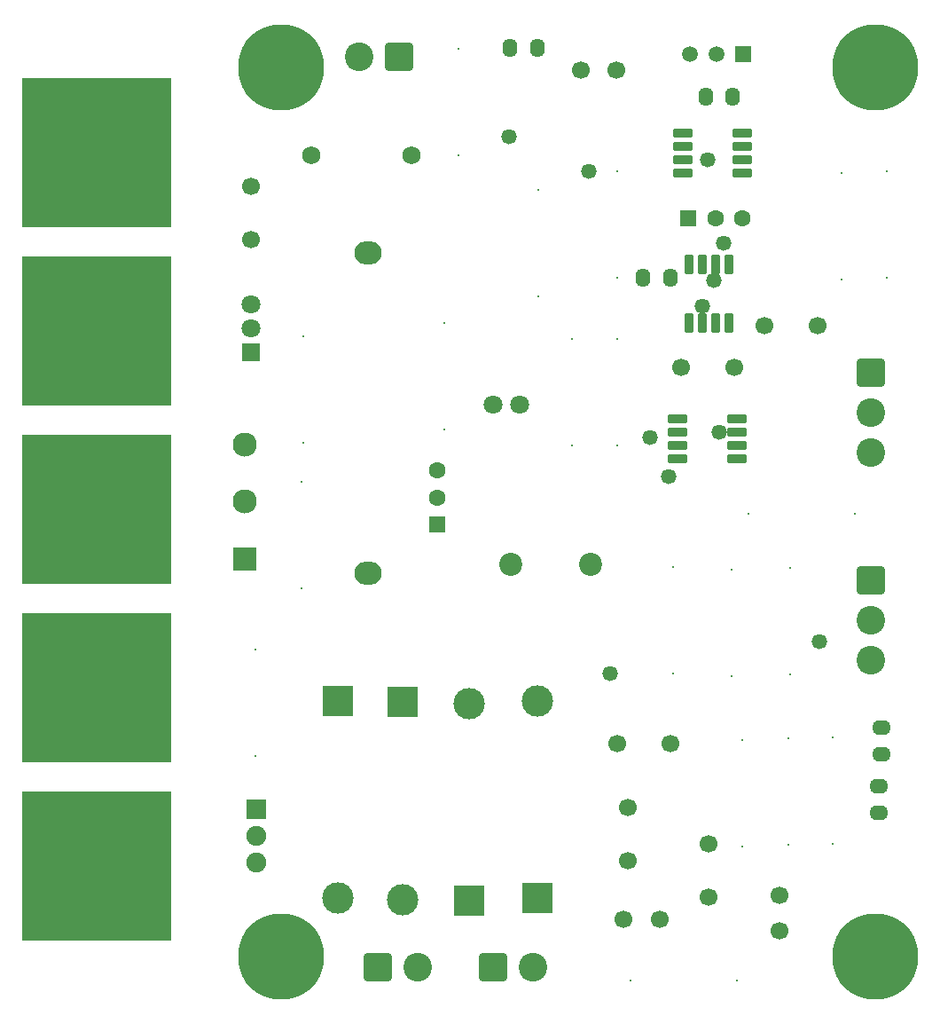
<source format=gts>
G04*
G04 #@! TF.GenerationSoftware,Altium Limited,Altium Designer,20.0.13 (296)*
G04*
G04 Layer_Color=8388736*
%FSLAX42Y42*%
%MOMM*%
G71*
G01*
G75*
G04:AMPARAMS|DCode=24|XSize=0.85mm|YSize=1.85mm|CornerRadius=0.15mm|HoleSize=0mm|Usage=FLASHONLY|Rotation=0.000|XOffset=0mm|YOffset=0mm|HoleType=Round|Shape=RoundedRectangle|*
%AMROUNDEDRECTD24*
21,1,0.85,1.55,0,0,0.0*
21,1,0.55,1.85,0,0,0.0*
1,1,0.30,0.28,-0.78*
1,1,0.30,-0.28,-0.78*
1,1,0.30,-0.28,0.78*
1,1,0.30,0.28,0.78*
%
%ADD24ROUNDEDRECTD24*%
G04:AMPARAMS|DCode=25|XSize=0.85mm|YSize=1.85mm|CornerRadius=0.15mm|HoleSize=0mm|Usage=FLASHONLY|Rotation=90.000|XOffset=0mm|YOffset=0mm|HoleType=Round|Shape=RoundedRectangle|*
%AMROUNDEDRECTD25*
21,1,0.85,1.55,0,0,90.0*
21,1,0.55,1.85,0,0,90.0*
1,1,0.30,0.78,0.28*
1,1,0.30,0.78,-0.28*
1,1,0.30,-0.78,-0.28*
1,1,0.30,-0.78,0.28*
%
%ADD25ROUNDEDRECTD25*%
%ADD26C,1.70*%
%ADD27O,1.40X1.80*%
%ADD28C,0.20*%
%ADD29C,2.74*%
G04:AMPARAMS|DCode=30|XSize=2.74mm|YSize=2.74mm|CornerRadius=0.42mm|HoleSize=0mm|Usage=FLASHONLY|Rotation=90.000|XOffset=0mm|YOffset=0mm|HoleType=Round|Shape=RoundedRectangle|*
%AMROUNDEDRECTD30*
21,1,2.74,1.91,0,0,90.0*
21,1,1.91,2.74,0,0,90.0*
1,1,0.84,0.95,0.95*
1,1,0.84,0.95,-0.95*
1,1,0.84,-0.95,-0.95*
1,1,0.84,-0.95,0.95*
%
%ADD30ROUNDEDRECTD30*%
%ADD31C,1.75*%
%ADD32R,2.30X2.30*%
%ADD33C,2.30*%
%ADD34O,2.60X2.20*%
%ADD35C,2.20*%
%ADD36C,1.60*%
%ADD37R,1.60X1.60*%
%ADD38C,1.80*%
%ADD39C,1.50*%
%ADD40R,1.50X1.50*%
G04:AMPARAMS|DCode=41|XSize=2.74mm|YSize=2.74mm|CornerRadius=0.42mm|HoleSize=0mm|Usage=FLASHONLY|Rotation=180.000|XOffset=0mm|YOffset=0mm|HoleType=Round|Shape=RoundedRectangle|*
%AMROUNDEDRECTD41*
21,1,2.74,1.91,0,0,180.0*
21,1,1.91,2.74,0,0,180.0*
1,1,0.84,-0.95,0.95*
1,1,0.84,0.95,0.95*
1,1,0.84,0.95,-0.95*
1,1,0.84,-0.95,-0.95*
%
%ADD41ROUNDEDRECTD41*%
%ADD42O,1.80X1.40*%
%ADD43C,3.00*%
%ADD44R,3.00X3.00*%
%ADD45R,1.80X1.80*%
%ADD46R,1.90X1.90*%
%ADD47C,1.90*%
%ADD48R,14.20X14.20*%
%ADD49C,8.20*%
%ADD50R,1.60X1.60*%
%ADD51C,1.47*%
D24*
X7226Y7064D02*
D03*
X7099D02*
D03*
X6972D02*
D03*
X6845D02*
D03*
X7226Y6499D02*
D03*
X7099D02*
D03*
X6972D02*
D03*
X6845D02*
D03*
D25*
X6791Y8318D02*
D03*
Y8192D02*
D03*
Y8064D02*
D03*
Y7938D02*
D03*
X7356Y8318D02*
D03*
Y8192D02*
D03*
Y8064D02*
D03*
Y7938D02*
D03*
X6741Y5588D02*
D03*
Y5461D02*
D03*
Y5334D02*
D03*
Y5207D02*
D03*
X7306Y5588D02*
D03*
Y5461D02*
D03*
Y5334D02*
D03*
Y5207D02*
D03*
D26*
X6157Y8915D02*
D03*
X5817D02*
D03*
X2667Y7811D02*
D03*
Y7303D02*
D03*
X8077Y6477D02*
D03*
X7569D02*
D03*
X6769Y6083D02*
D03*
X7277D02*
D03*
X6668Y2489D02*
D03*
X6160D02*
D03*
X6261Y1880D02*
D03*
Y1372D02*
D03*
X7036Y1537D02*
D03*
Y1029D02*
D03*
X7709Y1046D02*
D03*
Y706D02*
D03*
X6566Y813D02*
D03*
X6226D02*
D03*
D27*
X5140Y9131D02*
D03*
X5401D02*
D03*
X6410Y6934D02*
D03*
X6671D02*
D03*
X7267Y8661D02*
D03*
X7007D02*
D03*
D28*
X4648Y8103D02*
D03*
Y9119D02*
D03*
X2705Y2375D02*
D03*
Y3391D02*
D03*
X3150Y4991D02*
D03*
Y3975D02*
D03*
X3162Y5359D02*
D03*
Y6375D02*
D03*
X4508Y5486D02*
D03*
Y6502D02*
D03*
X6160Y5334D02*
D03*
Y6350D02*
D03*
X5728Y5334D02*
D03*
Y6350D02*
D03*
X5410Y6756D02*
D03*
Y7772D02*
D03*
X6160Y6934D02*
D03*
Y7950D02*
D03*
X8306Y7938D02*
D03*
Y6921D02*
D03*
X8738Y6934D02*
D03*
Y7950D02*
D03*
X7417Y4686D02*
D03*
X8433D02*
D03*
X6693Y3162D02*
D03*
Y4178D02*
D03*
X7252Y4153D02*
D03*
Y3137D02*
D03*
X7811Y3150D02*
D03*
Y4166D02*
D03*
X8217Y2553D02*
D03*
Y1537D02*
D03*
X7798Y1524D02*
D03*
Y2540D02*
D03*
X7303Y229D02*
D03*
X6287D02*
D03*
X7353Y2527D02*
D03*
Y1511D02*
D03*
D29*
X3696Y9042D02*
D03*
X8585Y3670D02*
D03*
Y3289D02*
D03*
Y5651D02*
D03*
Y5271D02*
D03*
X5359Y356D02*
D03*
X4254D02*
D03*
D30*
X4077Y9042D02*
D03*
X4978Y356D02*
D03*
X3874D02*
D03*
D31*
X4198Y8103D02*
D03*
X3244D02*
D03*
D32*
X2603Y4254D02*
D03*
D33*
Y4799D02*
D03*
Y5344D02*
D03*
D34*
X3785Y4116D02*
D03*
Y7175D02*
D03*
D35*
X5144Y4204D02*
D03*
X5906D02*
D03*
D36*
X4445Y4839D02*
D03*
Y5099D02*
D03*
X7359Y7506D02*
D03*
X7099D02*
D03*
D37*
X4445Y4579D02*
D03*
D38*
X5232Y5728D02*
D03*
X4978D02*
D03*
X2667Y6681D02*
D03*
Y6452D02*
D03*
D39*
X6858Y9068D02*
D03*
X7112D02*
D03*
D40*
X7366D02*
D03*
D41*
X8585Y4051D02*
D03*
Y6033D02*
D03*
D42*
X8687Y2645D02*
D03*
Y2385D02*
D03*
X8661Y1826D02*
D03*
Y2086D02*
D03*
D43*
X5397Y2898D02*
D03*
X4750Y2872D02*
D03*
X4115Y1001D02*
D03*
X3492Y1014D02*
D03*
D44*
X5397D02*
D03*
X4750Y988D02*
D03*
X4115Y2885D02*
D03*
X3492Y2898D02*
D03*
D45*
X2667Y6223D02*
D03*
D46*
X2718Y1867D02*
D03*
D47*
Y1613D02*
D03*
Y1359D02*
D03*
D48*
X1194Y1321D02*
D03*
Y3023D02*
D03*
Y4724D02*
D03*
Y6426D02*
D03*
Y8128D02*
D03*
D49*
X8623Y457D02*
D03*
X2957D02*
D03*
Y8941D02*
D03*
X8623D02*
D03*
D50*
X6839Y7506D02*
D03*
D51*
X7178Y7261D02*
D03*
X6972Y6668D02*
D03*
X7137Y5461D02*
D03*
X6657Y5040D02*
D03*
X8090Y3467D02*
D03*
X6096Y3162D02*
D03*
X6477Y5410D02*
D03*
X5893Y7950D02*
D03*
X7023Y8064D02*
D03*
X7087Y6909D02*
D03*
X5131Y8280D02*
D03*
M02*

</source>
